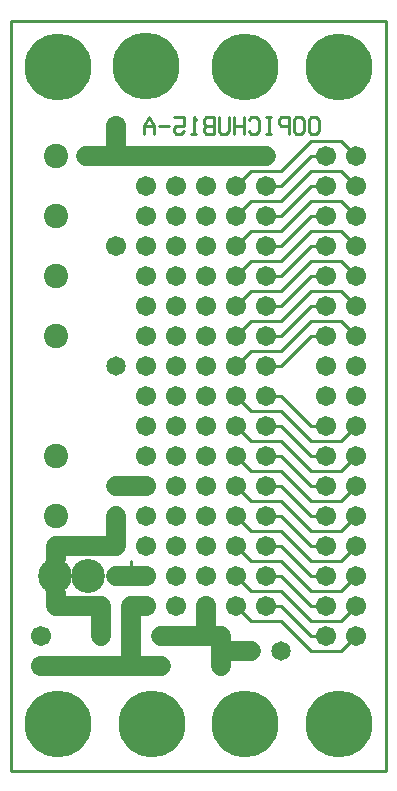
<source format=gbl>
%MOIN*%
%FSLAX25Y25*%
G04 D10 used for Character Trace; *
G04     Circle (OD=.01000) (No hole)*
G04 D11 used for Power Trace; *
G04     Circle (OD=.06700) (No hole)*
G04 D12 used for Signal Trace; *
G04     Circle (OD=.01100) (No hole)*
G04 D13 used for Via; *
G04     Circle (OD=.05800) (Round. Hole ID=.02800)*
G04 D14 used for Component hole; *
G04     Circle (OD=.06500) (Round. Hole ID=.03500)*
G04 D15 used for Component hole; *
G04     Circle (OD=.06700) (Round. Hole ID=.04300)*
G04 D16 used for Component hole; *
G04     Circle (OD=.08100) (Round. Hole ID=.05100)*
G04 D17 used for Component hole; *
G04     Circle (OD=.08900) (Round. Hole ID=.05900)*
G04 D18 used for Component hole; *
G04     Circle (OD=.11300) (Round. Hole ID=.08300)*
G04 D19 used for Component hole; *
G04     Circle (OD=.16000) (Round. Hole ID=.13000)*
G04 D20 used for Component hole; *
G04     Circle (OD=.18300) (Round. Hole ID=.15300)*
G04 D21 used for Component hole; *
G04     Circle (OD=.22291) (Round. Hole ID=.19291)*
%ADD10C,.01000*%
%ADD11C,.06700*%
%ADD12C,.01100*%
%ADD13C,.05800*%
%ADD14C,.06500*%
%ADD15C,.06700*%
%ADD16C,.08100*%
%ADD17C,.08900*%
%ADD18C,.11300*%
%ADD19C,.16000*%
%ADD20C,.18300*%
%ADD21C,.22291*%
%IPPOS*%
%LPD*%
G90*X0Y0D02*D21*X15625Y15625D03*D15*              
X10000Y35000D03*D11*X40000D01*D14*D03*D11*        
X50000D01*D14*D03*Y45000D03*D11*X65000D01*        
X70000D01*Y40000D01*Y35000D01*D14*D03*D11*        
Y40000D02*X80000D01*D14*D03*D12*X100000D02*       
X90000Y50000D01*X100000Y40000D02*X110000D01*      
X115000Y45000D01*D15*D03*D12*X100000Y50000D02*    
X110000D01*X100000D02*X90000Y60000D01*X80000D01*  
X75000Y65000D01*D15*D03*D12*X80000Y70000D02*      
X90000D01*X100000Y60000D01*X110000D01*            
X115000Y65000D01*D15*D03*D12*X100000Y70000D02*    
X110000D01*X100000D02*X90000Y80000D01*X80000D01*  
X75000Y85000D01*D15*D03*D12*X80000Y90000D02*      
X90000D01*X100000Y80000D01*X110000D01*            
X115000Y85000D01*D15*D03*D12*X100000Y90000D02*    
X110000D01*X100000D02*X90000Y100000D01*X80000D01* 
X75000Y105000D01*D15*D03*D12*X80000Y110000D02*    
X90000D01*X100000Y100000D01*X110000D01*           
X115000Y105000D01*D15*D03*D12*X100000Y110000D02*  
X110000D01*X100000D02*X90000Y120000D01*X80000D01* 
X75000Y125000D01*D15*D03*X85000Y115000D03*D12*    
X90000D01*X100000Y105000D01*X105000D01*D15*D03*   
D12*X110000Y110000D02*X115000Y115000D01*D15*D03*  
X105000Y125000D03*X115000D03*X105000Y115000D03*   
D12*X100000D01*X90000Y125000D01*X85000D01*D15*D03*
X75000Y135000D03*D12*X80000Y140000D01*X90000D01*  
X100000Y150000D01*X110000D01*X115000Y145000D01*   
D15*D03*X105000Y155000D03*D12*X100000D01*         
X90000Y145000D01*X85000D01*D15*D03*D12*           
X80000Y150000D02*X90000D01*X75000Y145000D02*      
X80000Y150000D01*D15*X75000Y145000D03*            
X85000Y135000D03*D12*X90000D01*X100000Y145000D01* 
X105000D01*D15*D03*X115000Y135000D03*Y155000D03*  
D12*X110000Y160000D01*X100000D01*X90000Y150000D01*
D15*X85000Y155000D03*D12*X90000D01*               
X100000Y165000D01*X105000D01*D15*D03*D12*         
X115000D02*X110000Y170000D01*D15*                 
X115000Y165000D03*D12*X100000Y170000D02*          
X110000D01*X90000Y160000D02*X100000Y170000D01*    
X80000Y160000D02*X90000D01*X75000Y155000D02*      
X80000Y160000D01*D15*X75000Y155000D03*            
X85000Y165000D03*D12*X90000D01*X100000Y175000D01* 
X105000D01*D15*D03*D12*X115000D02*                
X110000Y180000D01*D15*X115000Y175000D03*D12*      
X100000Y180000D02*X110000D01*X90000Y170000D02*    
X100000Y180000D01*X80000Y170000D02*X90000D01*     
X75000Y165000D02*X80000Y170000D01*D15*            
X75000Y165000D03*X85000Y175000D03*D12*X90000D01*  
X100000Y185000D01*X105000D01*D15*D03*D12*         
X115000D02*X110000Y190000D01*D15*                 
X115000Y185000D03*D12*X100000Y190000D02*          
X110000D01*X90000Y180000D02*X100000Y190000D01*    
X80000Y180000D02*X90000D01*X75000Y175000D02*      
X80000Y180000D01*D15*X75000Y175000D03*            
X85000Y185000D03*D12*X90000D01*X100000Y195000D01* 
X105000D01*D15*D03*D12*X115000D02*                
X110000Y200000D01*D15*X115000Y195000D03*D12*      
X100000Y200000D02*X110000D01*X90000Y190000D02*    
X100000Y200000D01*X80000Y190000D02*X90000D01*     
X75000Y185000D02*X80000Y190000D01*D15*            
X75000Y185000D03*X85000Y195000D03*D12*X90000D01*  
X100000Y205000D01*X105000D01*D15*D03*D12*         
X115000D02*X110000Y210000D01*D15*                 
X115000Y205000D03*D12*X100000Y210000D02*          
X110000D01*X90000Y200000D02*X100000Y210000D01*    
X80000Y200000D02*X90000D01*X75000Y195000D02*      
X80000Y200000D01*D15*X75000Y195000D03*D13*        
X85000Y205000D03*D11*X45000D01*D13*D03*D11*       
X35000D01*X25000D01*D13*D03*D15*X35000Y215000D03* 
D11*Y205000D01*D15*X45000Y195000D03*D10*          
X99163Y213086D02*X100000Y212129D01*X101674D01*    
X102511Y213086D01*Y216914D01*X101674Y217871D01*   
X100000D01*X99163Y216914D01*Y213086D01*X94163D02* 
X95000Y212129D01*X96674D01*X97511Y213086D01*      
Y216914D01*X96674Y217871D01*X95000D01*            
X94163Y216914D01*Y213086D01*X92511Y212129D02*     
Y217871D01*X90000D01*X89163Y216914D01*Y215957D01* 
X90000Y215000D01*X92511D01*X85837Y212129D02*      
Y217871D01*X86674Y212129D02*X85000D01*            
X86674Y217871D02*X85000D01*X79163Y213086D02*      
X80000Y212129D01*X81674D01*X82511Y213086D01*      
Y216914D01*X81674Y217871D01*X80000D01*            
X79163Y216914D01*X77511Y212129D02*Y217871D01*     
X74163Y212129D02*Y217871D01*X77511Y215000D02*     
X74163D01*X69163Y217871D02*Y213086D01*            
X70000Y212129D01*X71674D01*X72511Y213086D01*      
Y217871D01*X67511Y212129D02*Y217871D01*X65000D01* 
X64163Y216914D01*Y215957D01*X65000Y215000D01*     
X64163Y214043D01*Y213086D01*X65000Y212129D01*     
X67511D01*Y215000D02*X65000D01*X61674Y216914D02*  
X60837Y217871D01*Y212129D01*X61674D02*X60000D01*  
X54163Y217871D02*X57511D01*Y215000D01*X55000D01*  
X54163Y214043D01*Y213086D01*X55000Y212129D01*     
X56674D01*X57511Y213086D01*X52511Y215000D02*      
X49163D01*X47511Y212129D02*Y215000D01*            
X45837Y217871D01*X44163Y215000D01*Y212129D01*     
X47511Y215000D02*X44163D01*D15*X55000Y185000D03*  
D16*X15000D03*D15*X55000Y195000D03*D16*           
X15000Y205000D03*D15*X45000Y185000D03*            
X65000Y175000D03*Y185000D03*Y195000D03*D21*       
X45000Y235000D03*D15*X35000Y175000D03*X45000D03*  
D21*X15625Y234375D03*D15*X55000Y175000D03*D16*    
X15000Y165000D03*D15*X45000D03*X55000D03*         
X65000D03*D21*X78125Y234375D03*D12*X0Y0D02*       
Y250000D01*Y0D02*X125000D01*Y250000D01*X0D01*D15* 
X45000Y155000D03*X55000D03*X65000D03*D16*         
X15000Y145000D03*D15*X45000D03*X55000D03*         
X65000D03*D21*X109375Y234375D03*D14*              
X35000Y135000D03*D15*X45000D03*X55000D03*         
X65000D03*X105000D03*X45000Y125000D03*X55000D03*  
X65000D03*X45000Y115000D03*X55000D03*X65000D03*   
X75000D03*D12*X80000Y110000D01*D15*               
X85000Y105000D03*D12*X90000D01*X100000Y95000D01*  
X105000D01*D15*D03*D12*X110000Y90000D02*          
X115000Y95000D01*D15*D03*X105000Y85000D03*D12*    
X100000D01*X90000Y95000D01*X85000D01*D15*D03*D12* 
X80000Y90000D02*X75000Y95000D01*D15*D03*          
X85000Y85000D03*D12*X90000D01*X100000Y75000D01*   
X105000D01*D15*D03*D12*X110000Y70000D02*          
X115000Y75000D01*D15*D03*X105000Y65000D03*D12*    
X100000D01*X90000Y75000D01*X85000D01*D15*D03*D12* 
X80000Y70000D02*X75000Y75000D01*D15*D03*          
X85000Y65000D03*D12*X90000D01*X100000Y55000D01*   
X105000D01*D15*D03*D12*X110000Y50000D02*          
X115000Y55000D01*D15*D03*X105000Y45000D03*D12*    
X100000D01*X90000Y55000D01*X85000D01*D15*D03*D12* 
X80000Y50000D02*X90000D01*X80000D02*              
X75000Y55000D01*D15*D03*X65000Y65000D03*D11*      
Y45000D02*Y55000D01*D15*D03*X55000Y65000D03*      
Y55000D03*X45000Y75000D03*Y65000D03*D11*X40000D01*
X35000D01*D14*D03*D12*X40000D02*Y70000D01*D11*    
X30000Y45000D02*Y55000D01*D14*Y45000D03*D11*      
X40000Y35000D02*Y55000D01*X45000D01*D15*D03*D11*  
X15000D02*X30000D01*X15000D02*X14500Y65000D01*D18*
D03*D11*X15000Y75000D01*X35000D01*Y85000D01*D14*  
D03*D15*X45000Y95000D03*D11*X35000D01*D14*D03*D15*
X45000Y85000D03*Y105000D03*X55000Y75000D03*       
Y85000D03*D16*X15000Y105000D03*D15*               
X55000Y95000D03*Y105000D03*D16*X15000Y85000D03*   
D15*X65000Y75000D03*Y85000D03*D18*X25500Y65000D03*
D15*X65000Y95000D03*Y105000D03*X10000Y45000D03*   
D14*X90000Y40000D03*D21*X46875Y15625D03*X78125D03*
X109375D03*M02*                                   

</source>
